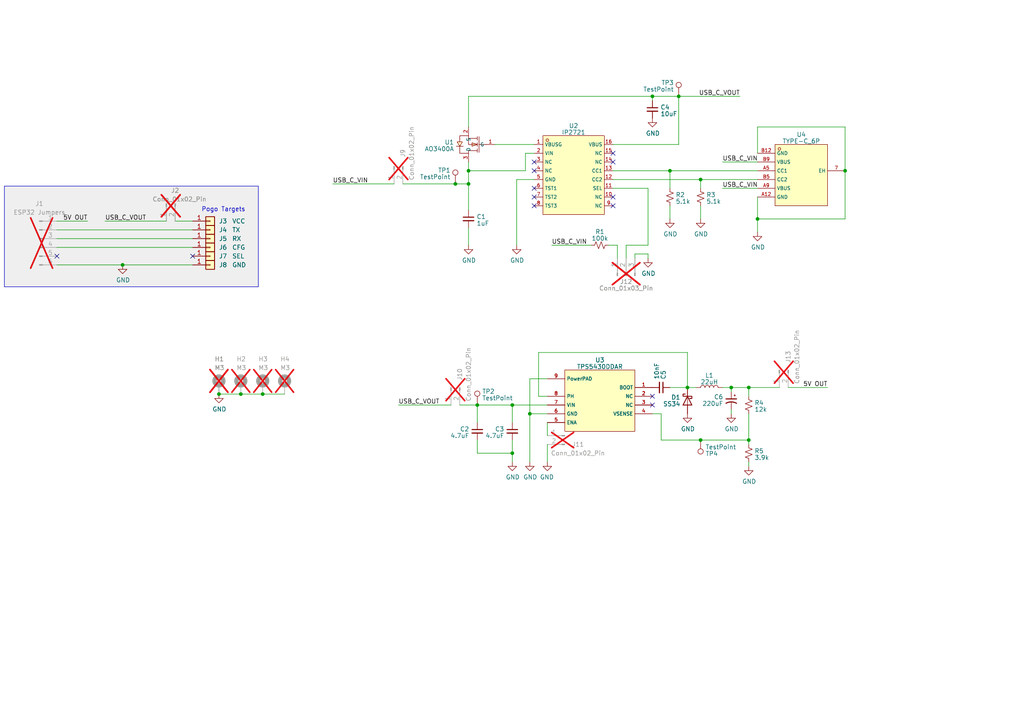
<source format=kicad_sch>
(kicad_sch (version 20230121) (generator eeschema)
  (paper "A4")
  (lib_symbols
    (symbol "Connector:Conn_01x02_Pin" (pin_names (offset 1.016) hide)
      (property "Reference" "J" (at 0 2.54 0))
      (property "Value" "Conn_01x02_Pin" (at 0 -5.08 0))
      (symbol "Conn_01x02_Pin_1_1"
        (polyline (pts (xy 1.27 -2.54) (xy 0.8636 -2.54)) (stroke (width 0.1524)))
        (polyline (pts (xy 1.27 0) (xy 0.8636 0)) (stroke (width 0.1524)))
        (rectangle (start 0.8636 -2.413) (end 0 -2.667) (stroke (width 0.1524)) (fill (type outline)))
        (rectangle (start 0.8636 0.127) (end 0 -0.127) (stroke (width 0.1524)) (fill (type outline)))
        (pin passive line (at 5.08 0 180) (length 3.81) (name "Pin_1") (number "1"))
        (pin passive line (at 5.08 -2.54 180) (length 3.81) (name "Pin_2") (number "2"))
      )
    )
    (symbol "Connector:Conn_01x03_Pin" (pin_names (offset 1.016) hide)
      (property "Reference" "J" (at 0 5.08 0))
      (property "Value" "Conn_01x03_Pin" (at 0 -5.08 0))
      (symbol "Conn_01x03_Pin_1_1"
        (polyline (pts (xy 1.27 -2.54) (xy 0.8636 -2.54)) (stroke (width 0.1524)))
        (polyline (pts (xy 1.27 0) (xy 0.8636 0)) (stroke (width 0.1524)))
        (polyline (pts (xy 1.27 2.54) (xy 0.8636 2.54)) (stroke (width 0.1524)))
        (rectangle (start 0.8636 -2.413) (end 0 -2.667) (stroke (width 0.1524)) (fill (type outline)))
        (rectangle (start 0.8636 0.127) (end 0 -0.127) (stroke (width 0.1524)) (fill (type outline)))
        (rectangle (start 0.8636 2.667) (end 0 2.413) (stroke (width 0.1524)) (fill (type outline)))
        (pin passive line (at 5.08 2.54 180) (length 3.81) (name "Pin_1") (number "1"))
        (pin passive line (at 5.08 0 180) (length 3.81) (name "Pin_2") (number "2"))
        (pin passive line (at 5.08 -2.54 180) (length 3.81) (name "Pin_3") (number "3"))
      )
    )
    (symbol "Connector:Conn_01x06_Pin" (pin_names (offset 1.016) hide)
      (property "Reference" "J" (at 0 7.62 0))
      (property "Value" "Conn_01x06_Pin" (at 0 -10.16 0))
      (symbol "Conn_01x06_Pin_1_1"
        (polyline (pts (xy 1.27 -7.62) (xy 0.8636 -7.62)) (stroke (width 0.1524)))
        (polyline (pts (xy 1.27 -5.08) (xy 0.8636 -5.08)) (stroke (width 0.1524)))
        (polyline (pts (xy 1.27 -2.54) (xy 0.8636 -2.54)) (stroke (width 0.1524)))
        (polyline (pts (xy 1.27 0) (xy 0.8636 0)) (stroke (width 0.1524)))
        (polyline (pts (xy 1.27 2.54) (xy 0.8636 2.54)) (stroke (width 0.1524)))
        (polyline (pts (xy 1.27 5.08) (xy 0.8636 5.08)) (stroke (width 0.1524)))
        (rectangle (start 0.8636 -7.493) (end 0 -7.747) (stroke (width 0.1524)) (fill (type outline)))
        (rectangle (start 0.8636 -4.953) (end 0 -5.207) (stroke (width 0.1524)) (fill (type outline)))
        (rectangle (start 0.8636 -2.413) (end 0 -2.667) (stroke (width 0.1524)) (fill (type outline)))
        (rectangle (start 0.8636 0.127) (end 0 -0.127) (stroke (width 0.1524)) (fill (type outline)))
        (rectangle (start 0.8636 2.667) (end 0 2.413) (stroke (width 0.1524)) (fill (type outline)))
        (rectangle (start 0.8636 5.207) (end 0 4.953) (stroke (width 0.1524)) (fill (type outline)))
        (pin passive line (at 5.08 5.08 180) (length 3.81) (name "Pin_1") (number "1"))
        (pin passive line (at 5.08 2.54 180) (length 3.81) (name "Pin_2") (number "2"))
        (pin passive line (at 5.08 0 180) (length 3.81) (name "Pin_3") (number "3"))
        (pin passive line (at 5.08 -2.54 180) (length 3.81) (name "Pin_4") (number "4"))
        (pin passive line (at 5.08 -5.08 180) (length 3.81) (name "Pin_5") (number "5"))
        (pin passive line (at 5.08 -7.62 180) (length 3.81) (name "Pin_6") (number "6"))
      )
    )
    (symbol "Connector:TestPoint" (pin_numbers hide) (pin_names (offset 0.762) hide)
      (property "Reference" "TP" (at 0 6.858 0))
      (property "Value" "TestPoint" (at 0 5.08 0))
      (symbol "TestPoint_0_1"
        (circle (center 0 3.302) (radius 0.762))
      )
      (symbol "TestPoint_1_1"
        (pin passive line (at 0 0 90) (length 2.54) (name "1") (number "1"))
      )
    )
    (symbol "Connector_Generic:Conn_01x01" (pin_names (offset 1.016) hide)
      (property "Reference" "J" (at 0 2.54 0))
      (property "Value" "Conn_01x01" (at 0 -2.54 0))
      (symbol "Conn_01x01_1_1"
        (rectangle (start -1.27 0.127) (end 0 -0.127) (stroke (width 0.1524)))
        (rectangle (start -1.27 1.27) (end 1.27 -1.27) (stroke (width 0.254)) (fill (type background)))
        (pin passive line (at -5.08 0 0) (length 3.81) (name "Pin_1") (number "1"))
      )
    )
    (symbol "Device:C_Polarized_Small_US" (pin_numbers hide) (pin_names (offset 0.254) hide)
      (property "Reference" "C" (at 0.254 1.778 0))
      (property "Value" "C_Polarized_Small_US" (at 0.254 -2.032 0))
      (symbol "C_Polarized_Small_US_0_1"
        (polyline (pts (xy -1.524 0.508) (xy 1.524 0.508)) (stroke (width 0.3048)))
        (polyline (pts (xy -1.27 1.524) (xy -0.762 1.524)))
        (polyline (pts (xy -1.016 1.27) (xy -1.016 1.778)))
        (arc (start 1.524 -0.762) (mid 0 -0.3734) (end -1.524 -0.762) (stroke (width 0.3048)))
      )
      (symbol "C_Polarized_Small_US_1_1"
        (pin passive line (at 0 2.54 270) (length 2.032) (name "~") (number "1"))
        (pin passive line (at 0 -2.54 90) (length 2.032) (name "~") (number "2"))
      )
    )
    (symbol "Device:C_Small" (pin_numbers hide) (pin_names (offset 0.254) hide)
      (property "Reference" "C" (at 0.254 1.778 0))
      (property "Value" "C_Small" (at 0.254 -2.032 0))
      (symbol "C_Small_0_1"
        (polyline (pts (xy -1.524 -0.508) (xy 1.524 -0.508)) (stroke (width 0.3302)))
        (polyline (pts (xy -1.524 0.508) (xy 1.524 0.508)) (stroke (width 0.3048)))
      )
      (symbol "C_Small_1_1"
        (pin passive line (at 0 2.54 270) (length 2.032) (name "~") (number "1"))
        (pin passive line (at 0 -2.54 90) (length 2.032) (name "~") (number "2"))
      )
    )
    (symbol "Device:D_Schottky" (pin_numbers hide) (pin_names (offset 1.016) hide)
      (property "Reference" "D" (at 0 2.54 0))
      (property "Value" "D_Schottky" (at 0 -2.54 0))
      (symbol "D_Schottky_0_1"
        (polyline (pts (xy 1.27 0) (xy -1.27 0)))
        (polyline (pts (xy 1.27 1.27) (xy 1.27 -1.27) (xy -1.27 0) (xy 1.27 1.27)) (stroke (width 0.254)))
        (polyline (pts (xy -1.905 0.635) (xy -1.905 1.27) (xy -1.27 1.27) (xy -1.27 -1.27) (xy -0.635 -1.27) (xy -0.635 -0.635)) (stroke (width 0.254)))
      )
      (symbol "D_Schottky_1_1"
        (pin passive line (at -3.81 0 0) (length 2.54) (name "K") (number "1"))
        (pin passive line (at 3.81 0 180) (length 2.54) (name "A") (number "2"))
      )
    )
    (symbol "Device:L" (pin_numbers hide) (pin_names (offset 1.016) hide)
      (property "Reference" "L" (at -1.27 0 90))
      (property "Value" "L" (at 1.905 0 90))
      (symbol "L_0_1"
        (arc (start 0 -2.54) (mid 0.6323 -1.905) (end 0 -1.27))
        (arc (start 0 -1.27) (mid 0.6323 -0.635) (end 0 0))
        (arc (start 0 0) (mid 0.6323 0.635) (end 0 1.27))
        (arc (start 0 1.27) (mid 0.6323 1.905) (end 0 2.54))
      )
      (symbol "L_1_1"
        (pin passive line (at 0 3.81 270) (length 1.27) (name "1") (number "1"))
        (pin passive line (at 0 -3.81 90) (length 1.27) (name "2") (number "2"))
      )
    )
    (symbol "Device:R_Small_US" (pin_numbers hide) (pin_names (offset 0.254) hide)
      (property "Reference" "R" (at 0.762 0.508 0))
      (property "Value" "R_Small_US" (at 0.762 -1.016 0))
      (symbol "R_Small_US_1_1"
        (polyline (pts (xy 0 0) (xy 1.016 -0.381) (xy 0 -0.762) (xy -1.016 -1.143) (xy 0 -1.524)))
        (polyline (pts (xy 0 1.524) (xy 1.016 1.143) (xy 0 0.762) (xy -1.016 0.381) (xy 0 0)))
        (pin passive line (at 0 2.54 270) (length 1.016) (name "~") (number "1"))
        (pin passive line (at 0 -2.54 90) (length 1.016) (name "~") (number "2"))
      )
    )
    (symbol "EEE4022S:AO3400A"
      (property "Reference" "U" (at 0 1.27 0))
      (property "Value" "AO3400A" (at 0 -2.54 0))
      (symbol "AO3400A_0_1"
        (polyline (pts (xy -2.54 0) (xy -0.508 0)))
        (polyline (pts (xy -0.508 2.286) (xy -0.508 -2.286)))
        (polyline (pts (xy 0 -2.286) (xy 0 -1.27)))
        (polyline (pts (xy 0 -0.508) (xy 0 0.508)))
        (polyline (pts (xy 0 2.286) (xy 0 1.27)))
        (polyline (pts (xy 2.54 -1.778) (xy 0 -1.778)))
        (polyline (pts (xy 0 0) (xy 1.524 -0.508) (xy 1.524 0.508) (xy 0 0)) (fill (type background)))
        (polyline (pts (xy 5.08 0.508) (xy 4.318 -0.762) (xy 5.842 -0.762) (xy 5.08 0.508)) (fill (type background)))
        (polyline (pts (xy 6.096 0.508) (xy 5.588 0.508) (xy 4.572 0.508) (xy 4.064 0.508)))
        (polyline (pts (xy 0 0) (xy 2.54 0) (xy 2.54 -2.54) (xy 5.08 -2.54) (xy 5.08 -0.762)))
        (polyline (pts (xy 0 1.778) (xy 2.54 1.778) (xy 2.54 2.54) (xy 5.08 2.54) (xy 5.08 0.508)))
        (pin unspecified line (at -5.08 0 0) (length 2.54) (name "G") (number "1"))
        (pin unspecified line (at 2.54 -5.08 90) (length 2.54) (name "S") (number "2"))
        (pin unspecified line (at 2.54 5.08 270) (length 2.54) (name "D") (number "3"))
      )
    )
    (symbol "EEE4022S:IP2721"
      (property "Reference" "U4" (at 0 14.3129 0))
      (property "Value" "IP2721" (at 0 12.3919 0))
      (symbol "IP2721_0_1"
        (rectangle (start -8.89 11.43) (end 8.89 -11.43) (fill (type background)))
        (circle (center -7.62 10.16) (radius 0.381) (fill (type background)))
        (pin unspecified line (at -11.43 8.89 0) (length 2.54) (name "VBUSG") (number "1"))
        (pin unspecified line (at 11.43 -6.35 180) (length 2.54) (name "NC") (number "10"))
        (pin unspecified line (at 11.43 -3.81 180) (length 2.54) (name "SEL") (number "11"))
        (pin unspecified line (at 11.43 -1.27 180) (length 2.54) (name "CC2") (number "12"))
        (pin unspecified line (at 11.43 1.27 180) (length 2.54) (name "CC1") (number "13"))
        (pin unspecified line (at 11.43 3.81 180) (length 2.54) (name "NC") (number "14"))
        (pin unspecified line (at 11.43 6.35 180) (length 2.54) (name "NC") (number "15"))
        (pin unspecified line (at 11.43 8.89 180) (length 2.54) (name "VBUS") (number "16"))
        (pin unspecified line (at -11.43 6.35 0) (length 2.54) (name "VIN") (number "2"))
        (pin unspecified line (at -11.43 3.81 0) (length 2.54) (name "NC") (number "3"))
        (pin unspecified line (at -11.43 1.27 0) (length 2.54) (name "NC") (number "4"))
        (pin unspecified line (at -11.43 -1.27 0) (length 2.54) (name "GND") (number "5"))
        (pin unspecified line (at -11.43 -3.81 0) (length 2.54) (name "TST1") (number "6"))
        (pin unspecified line (at -11.43 -6.35 0) (length 2.54) (name "TST2") (number "7"))
        (pin unspecified line (at -11.43 -8.89 0) (length 2.54) (name "TST3") (number "8"))
        (pin unspecified line (at 11.43 -8.89 180) (length 2.54) (name "NC") (number "9"))
      )
    )
    (symbol "EEE4022S:TPS5430DDAR"
      (property "Reference" "U" (at 0 1.27 0))
      (property "Value" "TPS5430DDAR" (at 0 -2.54 0))
      (symbol "TPS5430DDAR_0_1"
        (rectangle (start -10.16 8.89) (end 10.16 -8.89) (fill (type background)))
        (pin unspecified line (at -15.24 3.81 0) (length 5.08) (name "BOOT") (number "1"))
        (pin unspecified line (at -15.24 1.27 0) (length 5.08) (name "NC") (number "2"))
        (pin unspecified line (at -15.24 -1.27 0) (length 5.08) (name "NC") (number "3"))
        (pin unspecified line (at -15.24 -3.81 0) (length 5.08) (name "VSENSE") (number "4"))
        (pin unspecified line (at 15.24 -6.35 180) (length 5.08) (name "ENA") (number "5"))
        (pin unspecified line (at 15.24 -3.81 180) (length 5.08) (name "GND") (number "6"))
        (pin unspecified line (at 15.24 -1.27 180) (length 5.08) (name "VIN") (number "7"))
        (pin unspecified line (at 15.24 1.27 180) (length 5.08) (name "PH") (number "8"))
        (pin unspecified line (at 15.24 6.35 180) (length 5.08) (name "PowerPAD") (number "9"))
      )
    )
    (symbol "EEE4022S:TYPE-C_6P"
      (property "Reference" "U" (at 0 1.27 0))
      (property "Value" "TYPE-C_6P" (at 0 -2.54 0))
      (symbol "TYPE-C_6P_0_1"
        (rectangle (start -5.08 7.62) (end 10.16 -10.16) (fill (type background)))
        (circle (center -3.81 6.35) (radius 0.381) (fill (type background)))
        (pin unspecified line (at 15.24 0 180) (length 5.08) (name "EH") (number "7"))
        (pin unspecified line (at -10.16 -7.62 0) (length 5.08) (name "GND") (number "A12"))
        (pin unspecified line (at -10.16 0 0) (length 5.08) (name "CC1") (number "A5"))
        (pin unspecified line (at -10.16 -5.08 0) (length 5.08) (name "VBUS") (number "A9"))
        (pin unspecified line (at -10.16 5.08 0) (length 5.08) (name "GND") (number "B12"))
        (pin unspecified line (at -10.16 -2.54 0) (length 5.08) (name "CC2") (number "B5"))
        (pin unspecified line (at -10.16 2.54 0) (length 5.08) (name "VBUS") (number "B9"))
      )
    )
    (symbol "Mechanical:MountingHole_Pad" (pin_numbers hide) (pin_names (offset 1.016) hide)
      (property "Reference" "H" (at 0 6.35 0))
      (property "Value" "MountingHole_Pad" (at 0 4.445 0))
      (symbol "MountingHole_Pad_0_1"
        (circle (center 0 1.27) (radius 1.27) (stroke (width 1.27)))
      )
      (symbol "MountingHole_Pad_1_1"
        (pin input line (at 0 -2.54 90) (length 2.54) (name "1") (number "1"))
      )
    )
    (symbol "power:GND" (power) (pin_names (offset 0))
      (property "Value" "GND" (at 0 -3.81 0))
      (symbol "GND_0_1"
        (polyline (pts (xy 0 0) (xy 0 -1.27) (xy 1.27 -1.27) (xy 0 -2.54) (xy -1.27 -1.27) (xy 0 -1.27)))
      )
      (symbol "GND_1_1"
        (pin power_in line (at 0 0 270) (length 0) hide (name "GND") (number "1"))
      )
    )
  )
  (junction (at 76.2 114.3))
  (junction (at 135.89 49.53))
  (junction (at 219.71 63.5))
  (junction (at 153.67 120.015))
  (junction (at 132.08 53.34))
  (junction (at 196.85 27.94))
  (junction (at 194.31 49.53))
  (junction (at 148.59 131.445))
  (junction (at 35.56 76.835))
  (junction (at 217.17 112.395))
  (junction (at 203.2 127.635))
  (junction (at 135.89 53.34))
  (junction (at 63.5 114.3))
  (junction (at 189.23 27.94))
  (junction (at 199.39 112.395))
  (junction (at 138.43 117.475))
  (junction (at 69.85 114.3))
  (junction (at 212.09 112.395))
  (junction (at 245.11 49.53))
  (junction (at 203.2 52.07))
  (junction (at 148.59 117.475))
  (junction (at 217.17 127.635))
  (no_connect (at 189.23 114.935))
  (no_connect (at 177.8 59.69))
  (no_connect (at 154.94 54.61))
  (no_connect (at 55.88 74.295))
  (no_connect (at 189.23 117.475))
  (no_connect (at 177.8 46.99))
  (no_connect (at 177.8 57.15))
  (no_connect (at 154.94 46.99))
  (no_connect (at 154.94 57.15))
  (no_connect (at 154.94 49.53))
  (no_connect (at 16.51 74.295))
  (no_connect (at 177.8 44.45))
  (no_connect (at 154.94 59.69))
  (wire (pts (xy 217.17 112.395) (xy 212.09 112.395)))
  (wire (pts (xy 158.75 128.905) (xy 158.75 133.985)))
  (wire (pts (xy 115.57 117.475) (xy 130.81 117.475)))
  (wire (pts (xy 149.86 52.07) (xy 154.94 52.07)))
  (wire (pts (xy 16.51 66.675) (xy 55.88 66.675)))
  (wire (pts (xy 176.53 71.12) (xy 179.07 71.12)))
  (wire (pts (xy 245.11 49.53) (xy 245.11 63.5)))
  (wire (pts (xy 199.39 112.395) (xy 194.31 112.395)))
  (wire (pts (xy 135.89 49.53) (xy 152.4 49.53)))
  (wire (pts (xy 217.17 114.935) (xy 217.17 112.395)))
  (wire (pts (xy 138.43 117.475) (xy 138.43 122.555)))
  (wire (pts (xy 135.89 66.04) (xy 135.89 71.12)))
  (wire (pts (xy 116.84 53.34) (xy 132.08 53.34)))
  (wire (pts (xy 158.75 114.935) (xy 156.21 114.935)))
  (wire (pts (xy 156.21 114.935) (xy 156.21 102.235)))
  (wire (pts (xy 177.8 41.91) (xy 196.85 41.91)))
  (wire (pts (xy 152.4 49.53) (xy 152.4 44.45)))
  (wire (pts (xy 219.71 36.83) (xy 245.11 36.83)))
  (wire (pts (xy 177.8 52.07) (xy 203.2 52.07)))
  (wire (pts (xy 217.17 127.635) (xy 217.17 128.905)))
  (wire (pts (xy 69.85 114.3) (xy 76.2 114.3)))
  (wire (pts (xy 191.77 120.015) (xy 189.23 120.015)))
  (wire (pts (xy 16.51 64.135) (xy 25.4 64.135)))
  (wire (pts (xy 143.51 41.91) (xy 154.94 41.91)))
  (wire (pts (xy 196.85 27.94) (xy 214.63 27.94)))
  (wire (pts (xy 135.89 49.53) (xy 135.89 53.34)))
  (wire (pts (xy 228.6 112.395) (xy 240.03 112.395)))
  (wire (pts (xy 138.43 127.635) (xy 138.43 131.445)))
  (wire (pts (xy 194.31 59.69) (xy 194.31 63.5)))
  (wire (pts (xy 245.11 63.5) (xy 219.71 63.5)))
  (wire (pts (xy 187.96 73.66) (xy 184.15 73.66)))
  (wire (pts (xy 158.75 109.855) (xy 153.67 109.855)))
  (wire (pts (xy 212.09 112.395) (xy 209.55 112.395)))
  (wire (pts (xy 217.17 135.255) (xy 217.17 133.985)))
  (wire (pts (xy 160.02 71.12) (xy 171.45 71.12)))
  (wire (pts (xy 152.4 44.45) (xy 154.94 44.45)))
  (wire (pts (xy 149.86 71.12) (xy 149.86 52.07)))
  (wire (pts (xy 158.75 122.555) (xy 158.75 126.365)))
  (wire (pts (xy 16.51 69.215) (xy 55.88 69.215)))
  (wire (pts (xy 181.61 71.12) (xy 181.61 74.93)))
  (wire (pts (xy 219.71 57.15) (xy 219.71 63.5)))
  (wire (pts (xy 135.89 27.94) (xy 189.23 27.94)))
  (wire (pts (xy 177.8 54.61) (xy 187.96 54.61)))
  (wire (pts (xy 138.43 117.475) (xy 148.59 117.475)))
  (wire (pts (xy 16.51 76.835) (xy 35.56 76.835)))
  (wire (pts (xy 217.17 112.395) (xy 226.06 112.395)))
  (wire (pts (xy 148.59 122.555) (xy 148.59 117.475)))
  (wire (pts (xy 219.71 44.45) (xy 219.71 36.83)))
  (wire (pts (xy 16.51 71.755) (xy 55.88 71.755)))
  (wire (pts (xy 194.31 54.61) (xy 194.31 49.53)))
  (wire (pts (xy 203.2 127.635) (xy 191.77 127.635)))
  (wire (pts (xy 135.89 53.34) (xy 135.89 60.96)))
  (wire (pts (xy 187.96 71.12) (xy 181.61 71.12)))
  (wire (pts (xy 203.2 59.69) (xy 203.2 63.5)))
  (wire (pts (xy 199.39 102.235) (xy 199.39 112.395)))
  (wire (pts (xy 50.8 64.135) (xy 55.88 64.135)))
  (wire (pts (xy 132.08 53.34) (xy 135.89 53.34)))
  (wire (pts (xy 177.8 49.53) (xy 194.31 49.53)))
  (wire (pts (xy 189.23 29.21) (xy 189.23 27.94)))
  (wire (pts (xy 194.31 49.53) (xy 219.71 49.53)))
  (wire (pts (xy 209.55 54.61) (xy 219.71 54.61)))
  (wire (pts (xy 212.09 113.665) (xy 212.09 112.395)))
  (wire (pts (xy 184.15 73.66) (xy 184.15 74.93)))
  (wire (pts (xy 199.39 112.395) (xy 201.93 112.395)))
  (wire (pts (xy 179.07 71.12) (xy 179.07 74.93)))
  (wire (pts (xy 212.09 118.745) (xy 212.09 120.015)))
  (wire (pts (xy 148.59 131.445) (xy 138.43 131.445)))
  (wire (pts (xy 187.96 74.93) (xy 187.96 73.66)))
  (wire (pts (xy 196.85 41.91) (xy 196.85 27.94)))
  (wire (pts (xy 96.52 53.34) (xy 114.3 53.34)))
  (wire (pts (xy 203.2 54.61) (xy 203.2 52.07)))
  (wire (pts (xy 135.89 46.99) (xy 135.89 49.53)))
  (wire (pts (xy 203.2 52.07) (xy 219.71 52.07)))
  (wire (pts (xy 135.89 27.94) (xy 135.89 36.83)))
  (wire (pts (xy 148.59 131.445) (xy 148.59 133.985)))
  (wire (pts (xy 217.17 120.015) (xy 217.17 127.635)))
  (wire (pts (xy 35.56 76.835) (xy 55.88 76.835)))
  (wire (pts (xy 148.59 131.445) (xy 148.59 127.635)))
  (wire (pts (xy 153.67 120.015) (xy 153.67 133.985)))
  (wire (pts (xy 187.96 71.12) (xy 187.96 54.61)))
  (wire (pts (xy 158.75 117.475) (xy 148.59 117.475)))
  (wire (pts (xy 63.5 114.3) (xy 69.85 114.3)))
  (wire (pts (xy 245.11 36.83) (xy 245.11 49.53)))
  (wire (pts (xy 219.71 63.5) (xy 219.71 67.31)))
  (wire (pts (xy 158.75 120.015) (xy 153.67 120.015)))
  (wire (pts (xy 138.43 117.475) (xy 133.35 117.475)))
  (wire (pts (xy 76.2 114.3) (xy 82.55 114.3)))
  (wire (pts (xy 153.67 109.855) (xy 153.67 120.015)))
  (wire (pts (xy 30.48 64.135) (xy 48.26 64.135)))
  (wire (pts (xy 189.23 27.94) (xy 196.85 27.94)))
  (wire (pts (xy 191.77 127.635) (xy 191.77 120.015)))
  (wire (pts (xy 156.21 102.235) (xy 199.39 102.235)))
  (wire (pts (xy 217.17 127.635) (xy 203.2 127.635)))
  (wire (pts (xy 209.55 46.99) (xy 219.71 46.99)))
  (rectangle (start 1.27 53.975) (end 74.93 83.185) (fill (type color) (color 194 194 194 0.26)))
  (text "Pogo Targets" (at 58.42 61.595 0) (effects (font (size 1.27 1.27)) (justify left bottom)))
  (label "USB_C_VOUT" (at 214.63 27.94 180))
  (label "USB_C_VIN" (at 96.52 53.34 0))
  (label "USB_C_VOUT" (at 115.57 117.475 0))
  (label "USB_C_VIN" (at 209.55 46.99 0))
  (label "USB_C_VOUT" (at 30.48 64.135 0))
  (label "5V OUT" (at 25.4 64.135 180))
  (label "5V OUT" (at 240.03 112.395 180))
  (label "USB_C_VIN" (at 209.55 54.61 0))
  (label "USB_C_VIN" (at 160.02 71.12 0))
  (symbol (lib_id "Mechanical:MountingHole_Pad") (at 63.5 111.76 0) (unit 1) (in_bom no) (dnp yes)
    (property "Reference" "H1" (at 62.23 104.14 0) (effects (justify left)))
    (property "Value" "M3" (at 62.23 106.68 0) (effects (justify left)))
    (property "Footprint" "Library:MountingHole_3.2mm_M3_Pad_TopBottom" (effects hide))
  )
  (symbol (lib_id "Device:C_Small") (at 189.23 31.75 0) (unit 1)
    (property "Reference" "C4" (at 191.5541 31.1126 0) (effects (justify left)))
    (property "Value" "10uF" (at 191.5541 33.0336 0) (effects (justify left)))
    (property "Footprint" "Capacitor_SMD:C_0603_1608Metric" (effects hide))
    (property "LCSC" "C19702" (effects hide))
  )
  (symbol (lib_id "Device:C_Small") (at 135.89 63.5 0) (unit 1)
    (property "Reference" "C1" (at 138.2141 62.8626 0) (effects (justify left)))
    (property "Value" "1uF" (at 138.2141 64.7836 0) (effects (justify left)))
    (property "Footprint" "Capacitor_SMD:C_0603_1608Metric" (effects hide))
    (property "LCSC" "C15849" (effects hide))
  )
  (symbol (lib_id "power:GND") (at 149.86 71.12 0) (unit 1)
    (property "Reference" "#PWR04" (effects hide))
    (property "Value" "GND" (at 149.987 75.5142 0))
  )
  (symbol (lib_id "Device:C_Small") (at 148.59 125.095 0) (mirror y) (unit 1)
    (property "Reference" "C3" (at 146.2659 124.4576 0) (effects (justify left)))
    (property "Value" "4.7uF" (at 146.2659 126.3786 0) (effects (justify left)))
    (property "Footprint" "Capacitor_SMD:C_0805_2012Metric" (effects hide))
    (property "LCSC" "C1779" (effects hide))
  )
  (symbol (lib_id "Connector_Generic:Conn_01x01") (at 60.96 76.835 0) (unit 1)
    (property "Reference" "J8" (at 63.5 76.835 0) (effects (justify left)))
    (property "Value" "GND" (at 67.31 76.835 0) (effects (justify left)))
    (property "Footprint" "Library:CONN-SMD_YZF0002-38080-02" (effects hide))
    (property "Datasheet" "https://www.lcsc.com/datasheet/lcsc_datasheet_2210191430_Xinyangze-YZF0002-38080-02_C5203987.pdf" (effects hide))
    (property "LCSC Part #" "C5203987" (effects hide))
    (property "LCSC" "C5203987" (effects hide))
  )
  (symbol (lib_id "Connector:Conn_01x02_Pin") (at 163.83 126.365 0) (mirror y) (unit 1) (in_bom no) (dnp yes)
    (property "Reference" "J11" (at 167.64 128.905 0))
    (property "Value" "Conn_01x02_Pin" (at 167.64 131.445 0))
    (property "Footprint" "Connector_PinHeader_2.54mm:PinHeader_1x02_P2.54mm_Vertical" (effects hide))
  )
  (symbol (lib_id "Connector:TestPoint") (at 196.85 27.94 0) (mirror y) (unit 1) (in_bom no)
    (property "Reference" "TP3" (at 195.453 23.9943 0) (effects (justify left)))
    (property "Value" "TestPoint" (at 195.453 25.9153 0) (effects (justify left)))
    (property "Footprint" "Library:TestPoint_THTPad_2.0x2.0mm_Drill1.0mm" (effects hide))
  )
  (symbol (lib_id "power:GND") (at 217.17 135.255 0) (unit 1)
    (property "Reference" "#PWR013" (effects hide))
    (property "Value" "GND" (at 217.297 139.6492 0))
  )
  (symbol (lib_id "Connector:Conn_01x02_Pin") (at 48.26 59.055 90) (mirror x) (unit 1) (in_bom no) (dnp yes)
    (property "Reference" "J2" (at 50.8 55.245 90))
    (property "Value" "Conn_01x02_Pin" (at 52.07 57.785 90))
    (property "Footprint" "Connector_PinHeader_2.54mm:PinHeader_1x02_P2.54mm_Vertical" (effects hide))
  )
  (symbol (lib_id "Connector:Conn_01x03_Pin") (at 181.61 80.01 90) (unit 1) (in_bom no) (dnp yes)
    (property "Reference" "J12" (at 181.61 81.6817 90))
    (property "Value" "Conn_01x03_Pin" (at 181.61 83.6027 90))
    (property "Footprint" "Connector_PinHeader_2.54mm:PinHeader_1x03_P2.54mm_Vertical" (effects hide))
  )
  (symbol (lib_id "power:GND") (at 199.39 120.015 0) (unit 1)
    (property "Reference" "#PWR010" (effects hide))
    (property "Value" "GND" (at 199.517 124.4092 0))
  )
  (symbol (lib_id "power:GND") (at 135.89 71.12 0) (unit 1)
    (property "Reference" "#PWR02" (effects hide))
    (property "Value" "GND" (at 136.017 75.5142 0))
  )
  (symbol (lib_id "Device:L") (at 205.74 112.395 90) (unit 1)
    (property "Reference" "L1" (at 205.74 108.8797 90))
    (property "Value" "22uH" (at 205.74 110.8007 90))
    (property "Footprint" "Library:IND-SMD_L7.3-W6.6_MHCI06030" (effects hide))
    (property "LCSC" "C128694" (effects hide))
  )
  (symbol (lib_id "Device:R_Small_US") (at 217.17 117.475 0) (unit 1)
    (property "Reference" "R4" (at 218.821 116.8313 0) (effects (justify left)))
    (property "Value" "12k" (at 218.821 118.7523 0) (effects (justify left)))
    (property "Footprint" "Resistor_SMD:R_0603_1608Metric" (effects hide))
    (property "LCSC" "C22790" (effects hide))
  )
  (symbol (lib_id "Mechanical:MountingHole_Pad") (at 82.55 111.76 0) (unit 1) (in_bom no) (dnp yes)
    (property "Reference" "H4" (at 81.28 104.14 0) (effects (justify left)))
    (property "Value" "M3" (at 81.28 106.68 0) (effects (justify left)))
    (property "Footprint" "Library:MountingHole_3.2mm_M3_Pad_TopBottom" (effects hide))
  )
  (symbol (lib_id "power:GND") (at 189.23 34.29 0) (unit 1)
    (property "Reference" "#PWR08" (effects hide))
    (property "Value" "GND" (at 189.357 38.6842 0))
  )
  (symbol (lib_id "Connector:TestPoint") (at 138.43 117.475 0) (unit 1) (in_bom no)
    (property "Reference" "TP2" (at 139.827 113.5293 0) (effects (justify left)))
    (property "Value" "TestPoint" (at 139.827 115.4503 0) (effects (justify left)))
    (property "Footprint" "Library:TestPoint_THTPad_2.0x2.0mm_Drill1.0mm" (effects hide))
  )
  (symbol (lib_id "Connector_Generic:Conn_01x01") (at 60.96 64.135 0) (unit 1)
    (property "Reference" "J3" (at 63.5 64.135 0) (effects (justify left)))
    (property "Value" "VCC" (at 67.31 64.135 0) (effects (justify left)))
    (property "Footprint" "Library:CONN-SMD_YZF0002-38080-02" (effects hide))
    (property "Datasheet" "https://www.lcsc.com/datasheet/lcsc_datasheet_2210191430_Xinyangze-YZF0002-38080-02_C5203987.pdf" (effects hide))
    (property "LCSC Part #" "C5203987" (effects hide))
    (property "LCSC" "C5203987" (effects hide))
  )
  (symbol (lib_id "Connector:TestPoint") (at 132.08 53.34 0) (mirror y) (unit 1) (in_bom no)
    (property "Reference" "TP1" (at 130.683 49.3943 0) (effects (justify left)))
    (property "Value" "TestPoint" (at 130.683 51.3153 0) (effects (justify left)))
    (property "Footprint" "Library:TestPoint_THTPad_2.0x2.0mm_Drill1.0mm" (effects hide))
  )
  (symbol (lib_id "power:GND") (at 153.67 133.985 0) (unit 1)
    (property "Reference" "#PWR05" (effects hide))
    (property "Value" "GND" (at 153.797 138.3792 0))
  )
  (symbol (lib_id "Device:C_Polarized_Small_US") (at 212.09 116.205 0) (mirror y) (unit 1)
    (property "Reference" "C6" (at 209.7786 115.1295 0) (effects (justify left)))
    (property "Value" "220uF" (at 209.7786 117.0505 0) (effects (justify left)))
    (property "Footprint" "Library:CAP-SMD_L3.5-W2.8" (effects hide))
    (property "Datasheet" "https://wmsc.lcsc.com/wmsc/upload/file/pdf/v2/lcsc/2304140030_KEMET-T520B157M006ATE035_C212682.pdf" (effects hide))
    (property "LCSC" "C212682" (effects hide))
  )
  (symbol (lib_id "power:GND") (at 158.75 133.985 0) (mirror y) (unit 1)
    (property "Reference" "#PWR06" (effects hide))
    (property "Value" "GND" (at 158.623 138.3792 0))
  )
  (symbol (lib_id "power:GND") (at 187.96 74.93 0) (unit 1)
    (property "Reference" "#PWR07" (effects hide))
    (property "Value" "GND" (at 188.087 79.3242 0))
  )
  (symbol (lib_id "Connector:Conn_01x02_Pin") (at 226.06 107.315 90) (mirror x) (unit 1) (in_bom no) (dnp yes)
    (property "Reference" "J13" (at 228.6 103.505 0))
    (property "Value" "Conn_01x02_Pin" (at 231.14 103.505 0))
    (property "Footprint" "Connector_PinHeader_2.54mm:PinHeader_1x02_P2.54mm_Vertical" (effects hide))
  )
  (symbol (lib_id "Device:R_Small_US") (at 203.2 57.15 0) (unit 1)
    (property "Reference" "R3" (at 204.851 56.5063 0) (effects (justify left)))
    (property "Value" "5.1k" (at 204.851 58.4273 0) (effects (justify left)))
    (property "Footprint" "Resistor_SMD:R_0603_1608Metric" (effects hide))
    (property "LCSC" "C23186" (effects hide))
  )
  (symbol (lib_id "EEE4022S:AO3400A") (at 138.43 41.91 180) (unit 1)
    (property "Reference" "U1" (at 131.6991 41.2663 0) (effects (justify left)))
    (property "Value" "AO3400A" (at 131.6991 43.1873 0) (effects (justify left)))
    (property "Footprint" "Library:SOT-23-3_L2.9-W1.3-P1.90-LS2.4-BR" (effects hide))
    (property "Datasheet" "https://wmsc.lcsc.com/wmsc/upload/file/pdf/v2/lcsc/1811081213_Alpha---Omega-Semicon-AO3400A_C20917.pdf" (effects hide))
    (property "LCSC" "C20917" (effects hide))
  )
  (symbol (lib_id "Connector:Conn_01x06_Pin") (at 11.43 69.215 0) (unit 1) (in_bom no) (dnp yes)
    (property "Reference" "J1" (at 11.43 59.055 0))
    (property "Value" "ESP32 Jumpers" (at 11.43 61.595 0))
    (property "Footprint" "Connector_PinHeader_2.54mm:PinHeader_1x06_P2.54mm_Vertical" (effects hide))
  )
  (symbol (lib_id "Device:C_Small") (at 138.43 125.095 0) (mirror y) (unit 1)
    (property "Reference" "C2" (at 136.1059 124.4576 0) (effects (justify left)))
    (property "Value" "4.7uF" (at 136.1059 126.3786 0) (effects (justify left)))
    (property "Footprint" "Capacitor_SMD:C_0805_2012Metric" (effects hide))
    (property "LCSC" "C1779" (effects hide))
  )
  (symbol (lib_id "Device:D_Schottky") (at 199.39 116.205 90) (mirror x) (unit 1)
    (property "Reference" "D1" (at 197.358 115.2438 90) (effects (justify left)))
    (property "Value" "SS34" (at 197.358 117.1648 90) (effects (justify left)))
    (property "Footprint" "Library:SMA_L4.3-W2.6-LS5.2-RD" (effects hide))
    (property "LCSC" "C8678" (effects hide))
  )
  (symbol (lib_id "power:GND") (at 203.2 63.5 0) (unit 1)
    (property "Reference" "#PWR011" (effects hide))
    (property "Value" "GND" (at 203.327 67.8942 0))
  )
  (symbol (lib_id "Connector_Generic:Conn_01x01") (at 60.96 66.675 0) (unit 1)
    (property "Reference" "J4" (at 63.5 66.675 0) (effects (justify left)))
    (property "Value" "TX" (at 67.31 66.675 0) (effects (justify left)))
    (property "Footprint" "Library:CONN-SMD_YZF0002-38080-02" (effects hide))
    (property "Datasheet" "https://www.lcsc.com/datasheet/lcsc_datasheet_2210191430_Xinyangze-YZF0002-38080-02_C5203987.pdf" (effects hide))
    (property "LCSC Part #" "C5203987" (effects hide))
    (property "LCSC" "C5203987" (effects hide))
  )
  (symbol (lib_id "EEE4022S:IP2721") (at 166.37 50.8 0) (unit 1)
    (property "Reference" "U2" (at 166.37 36.4871 0))
    (property "Value" "IP2721" (at 166.37 38.4081 0))
    (property "Footprint" "Library:TSSOP-16_L5.0-W4.4-P0.65-LS6.4-BL" (effects hide))
    (property "Datasheet" "https://wmsc.lcsc.com/wmsc/upload/file/pdf/v2/lcsc/2006111335_INJOINIC-IP2721_C603176.pdf" (effects hide))
    (property "LCSC" "C603176" (effects hide))
  )
  (symbol (lib_id "Device:R_Small_US") (at 217.17 131.445 0) (unit 1)
    (property "Reference" "R5" (at 218.821 130.8013 0) (effects (justify left)))
    (property "Value" "3.9k" (at 218.821 132.7223 0) (effects (justify left)))
    (property "Footprint" "Resistor_SMD:R_0603_1608Metric" (effects hide))
    (property "LCSC" "C23018" (effects hide))
  )
  (symbol (lib_id "EEE4022S:TYPE-C_6P") (at 229.87 49.53 0) (unit 1)
    (property "Reference" "U4" (at 232.41 39.0271 0))
    (property "Value" "TYPE-C_6P" (at 232.41 40.9481 0))
    (property "Footprint" "Library:TYPE-C-SMD_TYPE-C-6P" (effects hide))
    (property "Datasheet" "https://item.szlcsc.com/458819.html" (effects hide))
    (property "LCSC" "C456012" (effects hide))
  )
  (symbol (lib_id "Connector_Generic:Conn_01x01") (at 60.96 69.215 0) (unit 1)
    (property "Reference" "J5" (at 63.5 69.215 0) (effects (justify left)))
    (property "Value" "RX" (at 67.31 69.215 0) (effects (justify left)))
    (property "Footprint" "Library:CONN-SMD_YZF0002-38080-02" (effects hide))
    (property "Datasheet" "https://www.lcsc.com/datasheet/lcsc_datasheet_2210191430_Xinyangze-YZF0002-38080-02_C5203987.pdf" (effects hide))
    (property "LCSC Part #" "C5203987" (effects hide))
    (property "LCSC" "C5203987" (effects hide))
  )
  (symbol (lib_id "EEE4022S:TPS5430DDAR") (at 173.99 116.205 0) (mirror y) (unit 1)
    (property "Reference" "U3" (at 173.99 104.4321 0))
    (property "Value" "TPS5430DDAR" (at 173.99 106.3531 0))
    (property "Footprint" "Library:ESOP-8_L4.9-W3.9-P1.27-LS6.0-TL-EP" (effects hide))
    (property "Datasheet" "https://www.lcsc.com/datasheet/lcsc_datasheet_1811081920_Texas-Instruments-TPS5430DDAR_C9864.pdf" (effects hide))
    (property "LCSC" "C9864" (effects hide))
  )
  (symbol (lib_id "Device:R_Small_US") (at 173.99 71.12 90) (unit 1)
    (property "Reference" "R1" (at 173.99 67.2211 90))
    (property "Value" "100k" (at 173.99 69.1421 90))
    (property "Footprint" "Resistor_SMD:R_0603_1608Metric" (effects hide))
    (property "LCSC" "C25803" (effects hide))
  )
  (symbol (lib_id "Mechanical:MountingHole_Pad") (at 76.2 111.76 0) (unit 1) (in_bom no) (dnp yes)
    (property "Reference" "H3" (at 74.93 104.14 0) (effects (justify left)))
    (property "Value" "M3" (at 74.93 106.68 0) (effects (justify left)))
    (property "Footprint" "Library:MountingHole_3.2mm_M3_Pad_TopBottom" (effects hide))
  )
  (symbol (lib_id "Connector_Generic:Conn_01x01") (at 60.96 71.755 0) (unit 1)
    (property "Reference" "J6" (at 63.5 71.755 0) (effects (justify left)))
    (property "Value" "CFG" (at 67.31 71.755 0) (effects (justify left)))
    (property "Footprint" "Library:CONN-SMD_YZF0002-38080-02" (effects hide))
    (property "Datasheet" "https://www.lcsc.com/datasheet/lcsc_datasheet_2210191430_Xinyangze-YZF0002-38080-02_C5203987.pdf" (effects hide))
    (property "LCSC Part #" "C5203987" (effects hide))
    (property "LCSC" "C5203987" (effects hide))
  )
  (symbol (lib_id "power:GND") (at 35.56 76.835 0) (unit 1)
    (property "Reference" "#PWR01" (effects hide))
    (property "Value" "GND" (at 35.687 81.2292 0))
  )
  (symbol (lib_id "Connector_Generic:Conn_01x01") (at 60.96 74.295 0) (unit 1)
    (property "Reference" "J7" (at 63.5 74.295 0) (effects (justify left)))
    (property "Value" "SEL" (at 67.31 74.295 0) (effects (justify left)))
    (property "Footprint" "Library:CONN-SMD_YZF0002-38080-02" (effects hide))
    (property "Datasheet" "https://www.lcsc.com/datasheet/lcsc_datasheet_2210191430_Xinyangze-YZF0002-38080-02_C5203987.pdf" (effects hide))
    (property "LCSC Part #" "C5203987" (effects hide))
    (property "LCSC" "C5203987" (effects hide))
  )
  (symbol (lib_id "Device:R_Small_US") (at 194.31 57.15 0) (unit 1)
    (property "Reference" "R2" (at 195.961 56.5063 0) (effects (justify left)))
    (property "Value" "5.1k" (at 195.961 58.4273 0) (effects (justify left)))
    (property "Footprint" "Resistor_SMD:R_0603_1608Metric" (effects hide))
    (property "LCSC" "C23186" (effects hide))
  )
  (symbol (lib_id "power:GND") (at 212.09 120.015 0) (unit 1)
    (property "Reference" "#PWR012" (effects hide))
    (property "Value" "GND" (at 212.217 124.4092 0))
  )
  (symbol (lib_id "power:GND") (at 219.71 67.31 0) (unit 1)
    (property "Reference" "#PWR014" (effects hide))
    (property "Value" "GND" (at 219.837 71.7042 0))
  )
  (symbol (lib_id "Device:C_Small") (at 191.77 112.395 270) (mirror x) (unit 1)
    (property "Reference" "C5" (at 192.4074 110.0709 0) (effects (justify left)))
    (property "Value" "10nF" (at 190.4864 110.0709 0) (effects (justify left)))
    (property "Footprint" "Capacitor_SMD:C_0805_2012Metric" (effects hide))
    (property "Datasheet" "https://wmsc.lcsc.com/wmsc/upload/file/pdf/v2/lcsc/2304140030_Samsung-Electro-Mechanics-CL05B104KO5NNNC_C1525.pdf" (effects hide))
    (property "LCSC" "C1710" (effects hide))
  )
  (symbol (lib_id "power:GND") (at 148.59 133.985 0) (unit 1)
    (property "Reference" "#PWR03" (effects hide))
    (property "Value" "GND" (at 148.717 138.3792 0))
  )
  (symbol (lib_id "Mechanical:MountingHole_Pad") (at 69.85 111.76 0) (unit 1) (in_bom no) (dnp yes)
    (property "Reference" "H2" (at 68.58 104.14 0) (effects (justify left)))
    (property "Value" "M3" (at 68.58 106.68 0) (effects (justify left)))
    (property "Footprint" "Library:MountingHole_3.2mm_M3_Pad_TopBottom" (effects hide))
  )
  (symbol (lib_id "Connector:Conn_01x02_Pin") (at 114.3 48.26 90) (mirror x) (unit 1) (in_bom no) (dnp yes)
    (property "Reference" "J9" (at 116.84 44.45 0))
    (property "Value" "Conn_01x02_Pin" (at 119.38 44.45 0))
    (property "Footprint" "Connector_PinHeader_2.54mm:PinHeader_1x02_P2.54mm_Vertical" (effects hide))
  )
  (symbol (lib_id "Connector:Conn_01x02_Pin") (at 130.81 112.395 90) (mirror x) (unit 1) (in_bom no) (dnp yes)
    (property "Reference" "J10" (at 133.35 108.585 0))
    (property "Value" "Conn_01x02_Pin" (at 135.89 108.585 0))
    (property "Footprint" "Connector_PinHeader_2.54mm:PinHeader_1x02_P2.54mm_Vertical" (effects hide))
  )
  (symbol (lib_id "power:GND") (at 63.5 114.3 0) (unit 1)
    (property "Reference" "#PWR015" (effects hide))
    (property "Value" "GND" (at 63.627 118.6942 0))
  )
  (symbol (lib_id "Connector:TestPoint") (at 203.2 127.635 0) (mirror x) (unit 1) (in_bom no)
    (property "Reference" "TP4" (at 204.597 131.5807 0) (effects (justify left)))
    (property "Value" "TestPoint" (at 204.597 129.6597 0) (effects (justify left)))
    (property "Footprint" "Library:TestPoint_THTPad_2.0x2.0mm_Drill1.0mm" (effects hide))
  )
  (symbol (lib_id "power:GND") (at 194.31 63.5 0) (unit 1)
    (property "Reference" "#PWR09" (effects hide))
    (property "Value" "GND" (at 194.437 67.8942 0))
  )
)
</source>
